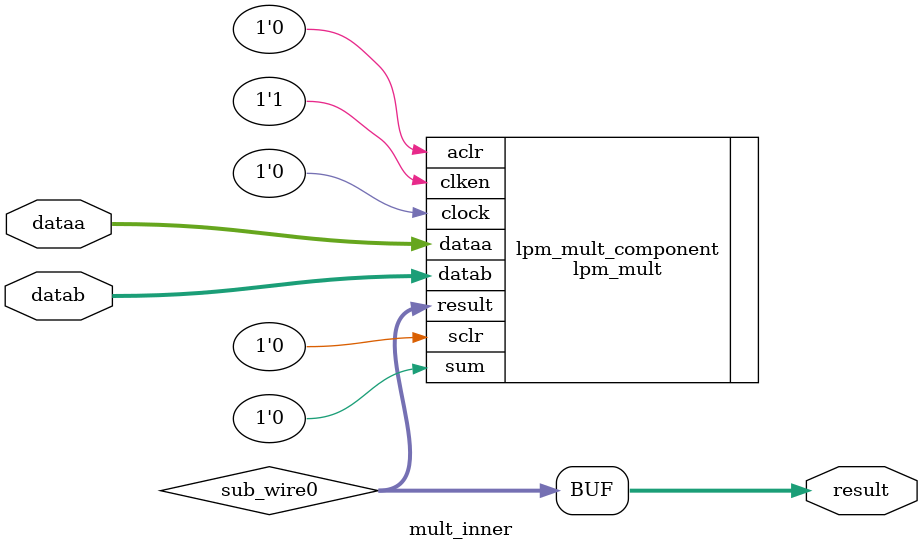
<source format=v>
`timescale 1 ps / 1 ps

module mult_inner
   #( parameter DATA_WIDTH = 32
   )
  ( input [DATA_WIDTH/2-1:0] dataa
  , input [DATA_WIDTH/2-1:0] datab
  , output [DATA_WIDTH-1:0] result
  );

wire [DATA_WIDTH-1:0] sub_wire0;
assign result = sub_wire0[DATA_WIDTH-1:0];

lpm_mult lpm_mult_component (
    .dataa (dataa),
    .datab (datab),
    .result (sub_wire0),
    .aclr (1'b0),
    .clken (1'b1),
    .clock (1'b0),
    .sclr (1'b0),
    .sum (1'b0)
    );
defparam
    lpm_mult_component.lpm_hint = "MAXIMIZE_SPEED=5",
    lpm_mult_component.lpm_representation = "SIGNED",
    lpm_mult_component.lpm_type = "LPM_MULT",
    lpm_mult_component.lpm_widtha = DATA_WIDTH/2,
    lpm_mult_component.lpm_widthb = DATA_WIDTH/2,
    lpm_mult_component.lpm_widthp = DATA_WIDTH;

endmodule

</source>
